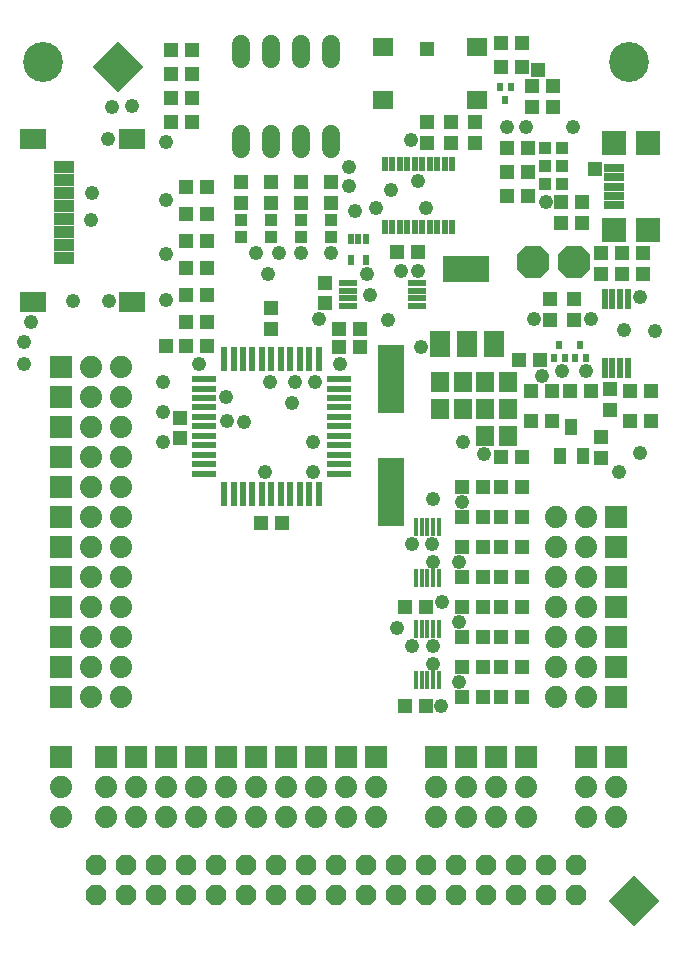
<source format=gts>
G75*
%MOIN*%
%OFA0B0*%
%FSLAX25Y25*%
%IPPOS*%
%LPD*%
%AMOC8*
5,1,8,0,0,1.08239X$1,22.5*
%
%ADD10R,0.05052X0.04934*%
%ADD11R,0.05918X0.07099*%
%ADD12R,0.04934X0.05052*%
%ADD13R,0.03950X0.03950*%
%ADD14OC8,0.06800*%
%ADD15C,0.13300*%
%ADD16R,0.07400X0.07400*%
%ADD17C,0.07400*%
%ADD18R,0.06706X0.03950*%
%ADD19R,0.08674X0.06509*%
%ADD20R,0.06980X0.02650*%
%ADD21R,0.08477X0.08477*%
%ADD22R,0.02175X0.03159*%
%ADD23R,0.05131X0.04737*%
%ADD24R,0.04737X0.05131*%
%ADD25C,0.06000*%
%ADD26OC8,0.10850*%
%ADD27R,0.08080X0.02175*%
%ADD28R,0.02175X0.08080*%
%ADD29R,0.06322X0.02385*%
%ADD30R,0.04343X0.05524*%
%ADD31R,0.02385X0.06519*%
%ADD32R,0.06700X0.08700*%
%ADD33R,0.15800X0.08700*%
%ADD34R,0.01781X0.06309*%
%ADD35R,0.09100X0.22800*%
%ADD36R,0.06902X0.05918*%
%ADD37R,0.02100X0.05100*%
%ADD38R,0.12000X0.12000*%
%ADD39R,0.02175X0.03356*%
%ADD40C,0.04762*%
%ADD41R,0.04762X0.04762*%
D10*
X0142605Y0251855D03*
X0142605Y0258745D03*
X0173105Y0288355D03*
X0173105Y0295245D03*
X0225005Y0350255D03*
X0225005Y0357145D03*
X0260105Y0362355D03*
X0260105Y0369245D03*
X0267105Y0369245D03*
X0267105Y0362355D03*
X0283105Y0313545D03*
X0283105Y0306655D03*
X0290105Y0306655D03*
X0290105Y0313545D03*
X0297105Y0313545D03*
X0297105Y0306655D03*
X0283105Y0252245D03*
X0283105Y0245355D03*
D11*
X0252042Y0252800D03*
X0244168Y0252800D03*
X0244168Y0261800D03*
X0237042Y0261800D03*
X0229168Y0261800D03*
X0229168Y0270800D03*
X0237042Y0270800D03*
X0244168Y0270800D03*
X0252042Y0270800D03*
X0252042Y0261800D03*
D12*
X0255760Y0278000D03*
X0262650Y0278000D03*
X0243550Y0235800D03*
X0236660Y0235800D03*
X0236660Y0225800D03*
X0243550Y0225800D03*
X0243550Y0215800D03*
X0236660Y0215800D03*
X0236660Y0205800D03*
X0243550Y0205800D03*
X0243550Y0195800D03*
X0236660Y0195800D03*
X0236660Y0185800D03*
X0243550Y0185800D03*
X0243550Y0175800D03*
X0236660Y0175800D03*
X0236660Y0165800D03*
X0243550Y0165800D03*
X0224550Y0162800D03*
X0217660Y0162800D03*
X0217660Y0195800D03*
X0224550Y0195800D03*
X0176550Y0223800D03*
X0169660Y0223800D03*
X0151550Y0282800D03*
X0144660Y0282800D03*
X0195660Y0282200D03*
X0195660Y0288300D03*
X0202550Y0288300D03*
X0202550Y0282200D03*
X0214960Y0314100D03*
X0221850Y0314100D03*
X0269660Y0323800D03*
X0276550Y0323800D03*
X0256550Y0383800D03*
X0249660Y0383800D03*
D13*
X0264152Y0348800D03*
X0270058Y0348800D03*
X0270058Y0342800D03*
X0264152Y0342800D03*
X0264152Y0336800D03*
X0270058Y0336800D03*
X0193105Y0324753D03*
X0193105Y0318847D03*
X0183105Y0318847D03*
X0183105Y0324753D03*
X0173105Y0324753D03*
X0173105Y0318847D03*
X0163105Y0318847D03*
X0163105Y0324753D03*
D14*
X0164605Y0109600D03*
X0164605Y0099600D03*
X0174605Y0099600D03*
X0174605Y0109600D03*
X0184605Y0109600D03*
X0184605Y0099600D03*
X0194605Y0099600D03*
X0194605Y0109600D03*
X0204605Y0109600D03*
X0204605Y0099600D03*
X0214605Y0099600D03*
X0214605Y0109600D03*
X0224605Y0109600D03*
X0224605Y0099600D03*
X0234605Y0099600D03*
X0234605Y0109600D03*
X0244605Y0109600D03*
X0244605Y0099600D03*
X0254605Y0099600D03*
X0254605Y0109600D03*
X0264605Y0109600D03*
X0264605Y0099600D03*
X0274605Y0099600D03*
X0274605Y0109600D03*
X0154605Y0109600D03*
X0154605Y0099600D03*
X0144605Y0099600D03*
X0144605Y0109600D03*
X0134605Y0109600D03*
X0134605Y0099600D03*
X0124605Y0099600D03*
X0124605Y0109600D03*
X0114605Y0109600D03*
X0114605Y0099600D03*
D15*
X0096905Y0377300D03*
X0292305Y0377300D03*
D16*
X0288105Y0225800D03*
X0288105Y0215800D03*
X0288105Y0205800D03*
X0288105Y0195800D03*
X0288105Y0185800D03*
X0288105Y0175800D03*
X0288105Y0165800D03*
X0288105Y0145800D03*
X0278105Y0145800D03*
X0258105Y0145800D03*
X0248105Y0145800D03*
X0238105Y0145800D03*
X0228105Y0145800D03*
X0208105Y0145800D03*
X0198105Y0145800D03*
X0188105Y0145800D03*
X0178105Y0145800D03*
X0168105Y0145800D03*
X0158105Y0145800D03*
X0148105Y0145800D03*
X0138105Y0145800D03*
X0128105Y0145800D03*
X0118105Y0145800D03*
X0103105Y0145800D03*
X0103105Y0165800D03*
X0103105Y0175800D03*
X0103105Y0185800D03*
X0103105Y0195800D03*
X0103105Y0205800D03*
X0103105Y0215800D03*
X0103105Y0225800D03*
X0103105Y0235800D03*
X0103105Y0245800D03*
X0103105Y0255800D03*
X0103105Y0265800D03*
X0103105Y0275800D03*
D17*
X0103105Y0125800D03*
X0103105Y0135800D03*
X0118105Y0135800D03*
X0128105Y0135800D03*
X0138105Y0135800D03*
X0138105Y0125800D03*
X0128105Y0125800D03*
X0118105Y0125800D03*
X0148105Y0125800D03*
X0158105Y0125800D03*
X0168105Y0125800D03*
X0178105Y0125800D03*
X0188105Y0125800D03*
X0198105Y0125800D03*
X0208105Y0125800D03*
X0208105Y0135800D03*
X0198105Y0135800D03*
X0188105Y0135800D03*
X0178105Y0135800D03*
X0168105Y0135800D03*
X0158105Y0135800D03*
X0148105Y0135800D03*
X0123105Y0165800D03*
X0123105Y0175800D03*
X0123105Y0185800D03*
X0123105Y0195800D03*
X0123105Y0205800D03*
X0123105Y0215800D03*
X0123105Y0225800D03*
X0123105Y0235800D03*
X0123105Y0245800D03*
X0123105Y0255800D03*
X0123105Y0265800D03*
X0123105Y0275800D03*
X0113105Y0275800D03*
X0113105Y0265800D03*
X0113105Y0255800D03*
X0113105Y0245800D03*
X0113105Y0235800D03*
X0113105Y0225800D03*
X0113105Y0215800D03*
X0113105Y0205800D03*
X0113105Y0195800D03*
X0113105Y0185800D03*
X0113105Y0175800D03*
X0113105Y0165800D03*
X0228105Y0135800D03*
X0228105Y0125800D03*
X0238105Y0125800D03*
X0248105Y0125800D03*
X0258105Y0125800D03*
X0258105Y0135800D03*
X0248105Y0135800D03*
X0238105Y0135800D03*
X0268105Y0165800D03*
X0278105Y0165800D03*
X0278105Y0175800D03*
X0278105Y0185800D03*
X0278105Y0195800D03*
X0278105Y0205800D03*
X0278105Y0215800D03*
X0278105Y0225800D03*
X0268105Y0225800D03*
X0268105Y0215800D03*
X0268105Y0205800D03*
X0268105Y0195800D03*
X0268105Y0185800D03*
X0268105Y0175800D03*
X0278105Y0135800D03*
X0288105Y0135800D03*
X0288105Y0125800D03*
X0278105Y0125800D03*
D18*
X0104010Y0311849D03*
X0104010Y0316180D03*
X0104010Y0320510D03*
X0104010Y0324841D03*
X0104010Y0329172D03*
X0104010Y0333502D03*
X0104010Y0337833D03*
X0104010Y0342164D03*
D19*
X0093774Y0351534D03*
X0126451Y0351534D03*
X0126451Y0297400D03*
X0093774Y0297400D03*
D20*
X0287208Y0329501D03*
X0287208Y0332650D03*
X0287208Y0335800D03*
X0287208Y0338950D03*
X0287208Y0342099D03*
D21*
X0287208Y0350170D03*
X0298625Y0350170D03*
X0298625Y0321430D03*
X0287208Y0321430D03*
D22*
X0276105Y0283064D03*
X0274136Y0278536D03*
X0271073Y0278536D03*
X0267136Y0278536D03*
X0269105Y0283064D03*
X0278073Y0278536D03*
X0251105Y0364536D03*
X0249136Y0369064D03*
X0253073Y0369064D03*
D23*
X0241105Y0357146D03*
X0241105Y0350454D03*
X0233105Y0350454D03*
X0233105Y0357146D03*
X0269759Y0330800D03*
X0276451Y0330800D03*
X0274105Y0298146D03*
X0274105Y0291454D03*
X0266105Y0291454D03*
X0266105Y0298146D03*
X0286105Y0268146D03*
X0286105Y0261454D03*
X0193105Y0330454D03*
X0193105Y0337146D03*
X0183105Y0337146D03*
X0183105Y0330454D03*
X0173105Y0330454D03*
X0173105Y0337146D03*
X0163105Y0337146D03*
X0163105Y0330454D03*
X0191105Y0303646D03*
X0191105Y0296954D03*
D24*
X0151451Y0299800D03*
X0144759Y0299800D03*
X0144759Y0290800D03*
X0151451Y0290800D03*
X0151451Y0308800D03*
X0144759Y0308800D03*
X0144759Y0317800D03*
X0151451Y0317800D03*
X0151451Y0326800D03*
X0144759Y0326800D03*
X0144759Y0335800D03*
X0151451Y0335800D03*
X0146451Y0357300D03*
X0139759Y0357300D03*
X0139759Y0365300D03*
X0146451Y0365300D03*
X0146451Y0373300D03*
X0139759Y0373300D03*
X0139759Y0381300D03*
X0146451Y0381300D03*
X0249759Y0375800D03*
X0256451Y0375800D03*
X0258451Y0348800D03*
X0251759Y0348800D03*
X0251759Y0340800D03*
X0258451Y0340800D03*
X0258451Y0332800D03*
X0251759Y0332800D03*
X0259759Y0267800D03*
X0266451Y0267800D03*
X0272759Y0267800D03*
X0279451Y0267800D03*
X0266451Y0257800D03*
X0259759Y0257800D03*
X0256451Y0245800D03*
X0249759Y0245800D03*
X0249759Y0235800D03*
X0256451Y0235800D03*
X0256451Y0225800D03*
X0249759Y0225800D03*
X0249759Y0215800D03*
X0256451Y0215800D03*
X0256451Y0205800D03*
X0249759Y0205800D03*
X0249759Y0195800D03*
X0256451Y0195800D03*
X0256451Y0185800D03*
X0249759Y0185800D03*
X0249759Y0175800D03*
X0256451Y0175800D03*
X0256451Y0165800D03*
X0249759Y0165800D03*
X0292759Y0257800D03*
X0299451Y0257800D03*
X0299451Y0267800D03*
X0292759Y0267800D03*
D25*
X0193105Y0348200D02*
X0193105Y0353400D01*
X0183105Y0353400D02*
X0183105Y0348200D01*
X0173105Y0348200D02*
X0173105Y0353400D01*
X0163105Y0353400D02*
X0163105Y0348200D01*
X0163105Y0378200D02*
X0163105Y0383400D01*
X0173105Y0383400D02*
X0173105Y0378200D01*
X0183105Y0378200D02*
X0183105Y0383400D01*
X0193105Y0383400D02*
X0193105Y0378200D01*
D26*
X0260193Y0310800D03*
X0274015Y0310717D03*
D27*
X0195497Y0271597D03*
X0195497Y0268448D03*
X0195497Y0265298D03*
X0195497Y0262148D03*
X0195497Y0258999D03*
X0195497Y0255849D03*
X0195497Y0252700D03*
X0195497Y0249550D03*
X0195497Y0246400D03*
X0195497Y0243251D03*
X0195497Y0240101D03*
X0150615Y0240101D03*
X0150615Y0243251D03*
X0150615Y0246400D03*
X0150615Y0249550D03*
X0150615Y0252700D03*
X0150615Y0255849D03*
X0150615Y0258999D03*
X0150615Y0262148D03*
X0150615Y0265298D03*
X0150615Y0268448D03*
X0150615Y0271597D03*
D28*
X0157308Y0278290D03*
X0160457Y0278290D03*
X0163607Y0278290D03*
X0166757Y0278290D03*
X0169906Y0278290D03*
X0173056Y0278290D03*
X0176205Y0278290D03*
X0179355Y0278290D03*
X0182505Y0278290D03*
X0185654Y0278290D03*
X0188804Y0278290D03*
X0188804Y0233408D03*
X0185654Y0233408D03*
X0182505Y0233408D03*
X0179355Y0233408D03*
X0176205Y0233408D03*
X0173056Y0233408D03*
X0169906Y0233408D03*
X0166757Y0233408D03*
X0163607Y0233408D03*
X0160457Y0233408D03*
X0157308Y0233408D03*
D29*
X0198589Y0295961D03*
X0198589Y0298520D03*
X0198589Y0301080D03*
X0198589Y0303639D03*
X0221621Y0303639D03*
X0221621Y0301080D03*
X0221621Y0298520D03*
X0221621Y0295961D03*
D30*
X0269365Y0246076D03*
X0273105Y0255524D03*
X0276845Y0246076D03*
D31*
X0284168Y0275383D03*
X0286727Y0275383D03*
X0289286Y0275383D03*
X0291845Y0275383D03*
X0291845Y0298217D03*
X0289286Y0298217D03*
X0286727Y0298217D03*
X0284168Y0298217D03*
D32*
X0247205Y0283400D03*
X0238205Y0283400D03*
X0229205Y0283400D03*
D33*
X0238105Y0308200D03*
D34*
X0229042Y0222461D03*
X0227073Y0222461D03*
X0225105Y0222461D03*
X0223136Y0222461D03*
X0221168Y0222461D03*
X0221168Y0205139D03*
X0223136Y0205139D03*
X0225105Y0205139D03*
X0227073Y0205139D03*
X0229042Y0205139D03*
X0229042Y0188461D03*
X0227073Y0188461D03*
X0225105Y0188461D03*
X0223136Y0188461D03*
X0221168Y0188461D03*
X0221168Y0171139D03*
X0223136Y0171139D03*
X0225105Y0171139D03*
X0227073Y0171139D03*
X0229042Y0171139D03*
D35*
X0213105Y0234100D03*
X0213105Y0271500D03*
D36*
X0210160Y0364639D03*
X0210160Y0382355D03*
X0241459Y0382355D03*
X0241459Y0364639D03*
D37*
X0233355Y0343350D03*
X0230855Y0343350D03*
X0228355Y0343350D03*
X0225855Y0343350D03*
X0223355Y0343350D03*
X0220855Y0343350D03*
X0218355Y0343350D03*
X0215855Y0343350D03*
X0213355Y0343350D03*
X0210855Y0343350D03*
X0210855Y0322250D03*
X0213355Y0322250D03*
X0215855Y0322250D03*
X0218355Y0322250D03*
X0220855Y0322250D03*
X0223355Y0322250D03*
X0225855Y0322250D03*
X0228355Y0322250D03*
X0230855Y0322250D03*
X0233355Y0322250D03*
D38*
G36*
X0130590Y0375800D02*
X0122105Y0367315D01*
X0113620Y0375800D01*
X0122105Y0384285D01*
X0130590Y0375800D01*
G37*
G36*
X0302590Y0097800D02*
X0294105Y0089315D01*
X0285620Y0097800D01*
X0294105Y0106285D01*
X0302590Y0097800D01*
G37*
D39*
X0204664Y0311454D03*
X0199546Y0311454D03*
X0199546Y0318146D03*
X0202105Y0318146D03*
X0204664Y0318146D03*
D40*
X0201105Y0327800D03*
X0208105Y0328800D03*
X0213105Y0334800D03*
X0222105Y0337800D03*
X0224605Y0328600D03*
X0219605Y0351300D03*
X0199105Y0342200D03*
X0199105Y0335900D03*
X0193105Y0313800D03*
X0204805Y0306800D03*
X0205805Y0299500D03*
X0212105Y0291300D03*
X0223005Y0282300D03*
X0221805Y0307800D03*
X0216305Y0307800D03*
X0195805Y0276600D03*
X0187605Y0270800D03*
X0181105Y0270800D03*
X0180105Y0263800D03*
X0172605Y0270800D03*
X0164005Y0257400D03*
X0158205Y0257500D03*
X0158105Y0265800D03*
X0149105Y0276800D03*
X0137105Y0270800D03*
X0137105Y0260800D03*
X0137105Y0250800D03*
X0171105Y0240800D03*
X0187105Y0240800D03*
X0187105Y0250800D03*
X0188905Y0291800D03*
X0172105Y0306800D03*
X0175605Y0313800D03*
X0183105Y0313800D03*
X0168105Y0313800D03*
X0138105Y0313200D03*
X0138105Y0298100D03*
X0119105Y0297800D03*
X0107105Y0297800D03*
X0093105Y0290800D03*
X0090505Y0283900D03*
X0090505Y0276500D03*
X0113105Y0324759D03*
X0113305Y0333500D03*
X0118605Y0351600D03*
X0120105Y0362400D03*
X0126705Y0362500D03*
X0138105Y0350800D03*
X0138105Y0331300D03*
X0227105Y0231800D03*
X0236605Y0230800D03*
X0226605Y0216800D03*
X0227105Y0210800D03*
X0219905Y0216800D03*
X0235605Y0210800D03*
X0230105Y0197300D03*
X0235605Y0190800D03*
X0227105Y0182800D03*
X0227105Y0176800D03*
X0219905Y0182800D03*
X0215105Y0188800D03*
X0229605Y0162800D03*
X0235605Y0170800D03*
X0289105Y0240800D03*
X0295857Y0246967D03*
X0278105Y0274200D03*
X0270105Y0274200D03*
X0263205Y0272800D03*
X0260605Y0291800D03*
X0279705Y0291700D03*
X0290605Y0287883D03*
X0300851Y0287800D03*
X0295857Y0299134D03*
X0264699Y0330619D03*
X0257805Y0355500D03*
X0251705Y0355500D03*
X0273605Y0355800D03*
X0237105Y0250800D03*
X0244105Y0246800D03*
D41*
X0281105Y0341800D03*
X0262105Y0374800D03*
X0225105Y0381800D03*
X0138105Y0282800D03*
M02*

</source>
